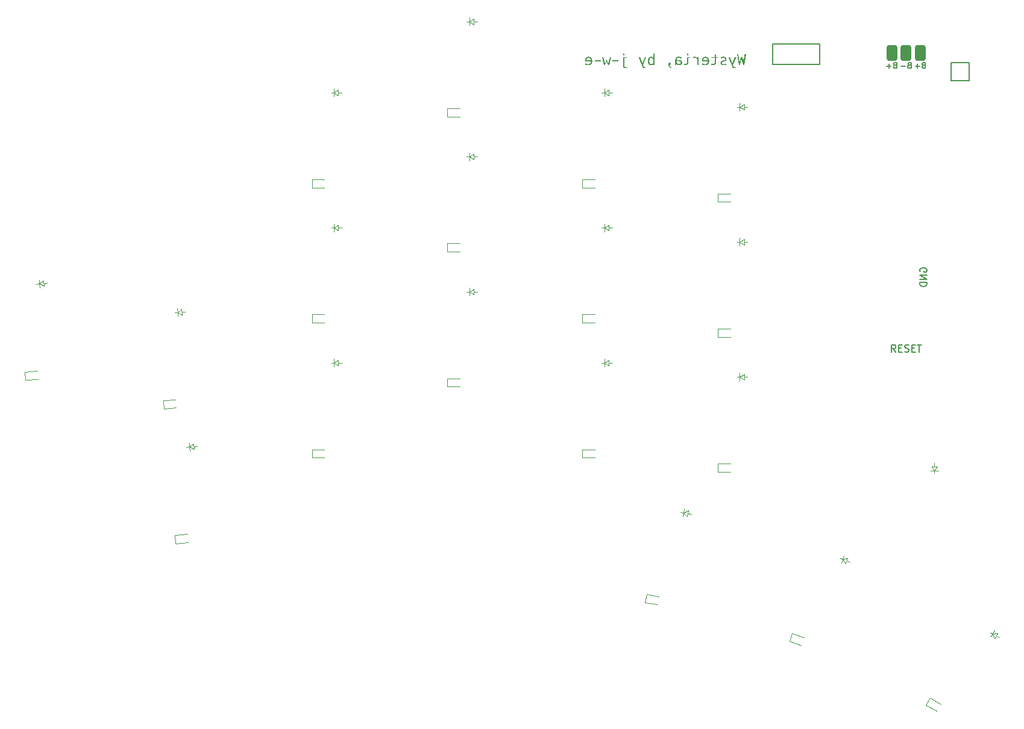
<source format=gbr>
%TF.GenerationSoftware,KiCad,Pcbnew,7.0.6-0*%
%TF.CreationDate,2023-08-12T20:04:25+02:00*%
%TF.ProjectId,jwe,6a77652e-6b69-4636-9164-5f7063625858,v1.0.0*%
%TF.SameCoordinates,Original*%
%TF.FileFunction,Legend,Bot*%
%TF.FilePolarity,Positive*%
%FSLAX46Y46*%
G04 Gerber Fmt 4.6, Leading zero omitted, Abs format (unit mm)*
G04 Created by KiCad (PCBNEW 7.0.6-0) date 2023-08-12 20:04:25*
%MOMM*%
%LPD*%
G01*
G04 APERTURE LIST*
G04 Aperture macros list*
%AMRoundRect*
0 Rectangle with rounded corners*
0 $1 Rounding radius*
0 $2 $3 $4 $5 $6 $7 $8 $9 X,Y pos of 4 corners*
0 Add a 4 corners polygon primitive as box body*
4,1,4,$2,$3,$4,$5,$6,$7,$8,$9,$2,$3,0*
0 Add four circle primitives for the rounded corners*
1,1,$1+$1,$2,$3*
1,1,$1+$1,$4,$5*
1,1,$1+$1,$6,$7*
1,1,$1+$1,$8,$9*
0 Add four rect primitives between the rounded corners*
20,1,$1+$1,$2,$3,$4,$5,0*
20,1,$1+$1,$4,$5,$6,$7,0*
20,1,$1+$1,$6,$7,$8,$9,0*
20,1,$1+$1,$8,$9,$2,$3,0*%
G04 Aperture macros list end*
%ADD10C,0.150000*%
%ADD11C,0.120000*%
%ADD12C,0.100000*%
%ADD13RoundRect,0.375000X-0.375000X-0.750000X0.375000X-0.750000X0.375000X0.750000X-0.375000X0.750000X0*%
G04 APERTURE END LIST*
D10*
G36*
X174918335Y-122983577D02*
G01*
X174716468Y-122983577D01*
X174569556Y-124224819D01*
X174395533Y-123402331D01*
X174179011Y-123402331D01*
X174002790Y-124226651D01*
X173855878Y-122983577D01*
X173654011Y-122983577D01*
X173882623Y-124507653D01*
X174078628Y-124507653D01*
X174286722Y-123614823D01*
X174493718Y-124507653D01*
X174689723Y-124507653D01*
X174918335Y-122983577D01*
G37*
G36*
X173466433Y-124793417D02*
G01*
X173354692Y-124793417D01*
X173339433Y-124793004D01*
X173320130Y-124791173D01*
X173302018Y-124787875D01*
X173285097Y-124783113D01*
X173269366Y-124776884D01*
X173254826Y-124769191D01*
X173241477Y-124760032D01*
X173229318Y-124749407D01*
X173226464Y-124746522D01*
X173213579Y-124731249D01*
X173203471Y-124716819D01*
X173192983Y-124699839D01*
X173182116Y-124680309D01*
X173174660Y-124665872D01*
X173167035Y-124650301D01*
X173159241Y-124633597D01*
X173151278Y-124615760D01*
X173143147Y-124596789D01*
X173134846Y-124576685D01*
X173126377Y-124555447D01*
X173117739Y-124533076D01*
X173108932Y-124509572D01*
X173104465Y-124497394D01*
X173548498Y-123358734D01*
X173348464Y-123358734D01*
X173008111Y-124266218D01*
X172672888Y-123358734D01*
X172472853Y-123358734D01*
X172775470Y-124142387D01*
X172782118Y-124159623D01*
X172788599Y-124176433D01*
X172794912Y-124192819D01*
X172801058Y-124208779D01*
X172807037Y-124224315D01*
X172812848Y-124239425D01*
X172818491Y-124254111D01*
X172823967Y-124268371D01*
X172829276Y-124282206D01*
X172836094Y-124299992D01*
X172837752Y-124304320D01*
X172843556Y-124318694D01*
X172849363Y-124333039D01*
X172850941Y-124336927D01*
X172856232Y-124351348D01*
X172861522Y-124366174D01*
X172861932Y-124367335D01*
X172866805Y-124381195D01*
X172871785Y-124395426D01*
X172876932Y-124410170D01*
X172881929Y-124424510D01*
X172882815Y-124427052D01*
X172895271Y-124460025D01*
X172900246Y-124473977D01*
X172907643Y-124494502D01*
X172914963Y-124514545D01*
X172922206Y-124534104D01*
X172929371Y-124553180D01*
X172936460Y-124571774D01*
X172943471Y-124589884D01*
X172950405Y-124607511D01*
X172957261Y-124624656D01*
X172964040Y-124641317D01*
X172970742Y-124657495D01*
X172977246Y-124673131D01*
X172983571Y-124688025D01*
X172989714Y-124702179D01*
X172995678Y-124715593D01*
X173003348Y-124732325D01*
X173010699Y-124747741D01*
X173017728Y-124761841D01*
X173026064Y-124777613D01*
X173030826Y-124786089D01*
X173042711Y-124806320D01*
X173055378Y-124825245D01*
X173068826Y-124842864D01*
X173083056Y-124859179D01*
X173098067Y-124874189D01*
X173113859Y-124887893D01*
X173130432Y-124900292D01*
X173147788Y-124911386D01*
X173165924Y-124921175D01*
X173184842Y-124929658D01*
X173204541Y-124936837D01*
X173225022Y-124942710D01*
X173246284Y-124947278D01*
X173268327Y-124950541D01*
X173291152Y-124952499D01*
X173314758Y-124953151D01*
X173466433Y-124953151D01*
X173466433Y-124793417D01*
G37*
G36*
X171787752Y-124531100D02*
G01*
X171808493Y-124530816D01*
X171829683Y-124529966D01*
X171851323Y-124528550D01*
X171873412Y-124526566D01*
X171895951Y-124524016D01*
X171918939Y-124520899D01*
X171942376Y-124517215D01*
X171966263Y-124512965D01*
X171990599Y-124508148D01*
X172015384Y-124502764D01*
X172040619Y-124496813D01*
X172066303Y-124490296D01*
X172092437Y-124483212D01*
X172119020Y-124475561D01*
X172146052Y-124467344D01*
X172173533Y-124458560D01*
X172173533Y-124264387D01*
X172160116Y-124270968D01*
X172146790Y-124277341D01*
X172120416Y-124289460D01*
X172094412Y-124300743D01*
X172068776Y-124311190D01*
X172043510Y-124320801D01*
X172018613Y-124329577D01*
X171994085Y-124337516D01*
X171969926Y-124344620D01*
X171946137Y-124350889D01*
X171922717Y-124356321D01*
X171899666Y-124360918D01*
X171876984Y-124364679D01*
X171854672Y-124367604D01*
X171832729Y-124369693D01*
X171811155Y-124370947D01*
X171789950Y-124371365D01*
X171775162Y-124371172D01*
X171753684Y-124370157D01*
X171733049Y-124368274D01*
X171713258Y-124365521D01*
X171694310Y-124361898D01*
X171676206Y-124357406D01*
X171658946Y-124352045D01*
X171642530Y-124345814D01*
X171626957Y-124338714D01*
X171612227Y-124330745D01*
X171598341Y-124321906D01*
X171585509Y-124312271D01*
X171573938Y-124302049D01*
X171563630Y-124291242D01*
X171551849Y-124275920D01*
X171542312Y-124259557D01*
X171535019Y-124242152D01*
X171529970Y-124223705D01*
X171527656Y-124209186D01*
X171526604Y-124194081D01*
X171526534Y-124188916D01*
X171527473Y-124171313D01*
X171530289Y-124154592D01*
X171534983Y-124138752D01*
X171541555Y-124123794D01*
X171550004Y-124109718D01*
X171560331Y-124096523D01*
X171572536Y-124084210D01*
X171586618Y-124072778D01*
X171602669Y-124062045D01*
X171616180Y-124054333D01*
X171630954Y-124046911D01*
X171646989Y-124039778D01*
X171664287Y-124032936D01*
X171682847Y-124026383D01*
X171702669Y-124020120D01*
X171723754Y-124014147D01*
X171738512Y-124010326D01*
X171753830Y-124006634D01*
X171769710Y-124003071D01*
X171777860Y-124001337D01*
X171856628Y-123985217D01*
X171876532Y-123980978D01*
X171895761Y-123976413D01*
X171914313Y-123971521D01*
X171932191Y-123966303D01*
X171949393Y-123960759D01*
X171965919Y-123954889D01*
X171981770Y-123948692D01*
X171996946Y-123942169D01*
X172011446Y-123935320D01*
X172025270Y-123928144D01*
X172038419Y-123920642D01*
X172050893Y-123912814D01*
X172068337Y-123900460D01*
X172084261Y-123887372D01*
X172094032Y-123878239D01*
X172107520Y-123863752D01*
X172119681Y-123848318D01*
X172130515Y-123831938D01*
X172140023Y-123814612D01*
X172148203Y-123796338D01*
X172155058Y-123777118D01*
X172160585Y-123756951D01*
X172164786Y-123735837D01*
X172166850Y-123721236D01*
X172168324Y-123706213D01*
X172169209Y-123690770D01*
X172169503Y-123674907D01*
X172169063Y-123654777D01*
X172167740Y-123635236D01*
X172165536Y-123616285D01*
X172162451Y-123597924D01*
X172158484Y-123580153D01*
X172153635Y-123562971D01*
X172147905Y-123546378D01*
X172141293Y-123530376D01*
X172133800Y-123514963D01*
X172125425Y-123500139D01*
X172116169Y-123485905D01*
X172106031Y-123472261D01*
X172095011Y-123459207D01*
X172083110Y-123446742D01*
X172070327Y-123434866D01*
X172056663Y-123423581D01*
X172042186Y-123412889D01*
X172026965Y-123402887D01*
X172010999Y-123393575D01*
X171994290Y-123384952D01*
X171976836Y-123377019D01*
X171958638Y-123369777D01*
X171939696Y-123363224D01*
X171920009Y-123357360D01*
X171899579Y-123352187D01*
X171878404Y-123347703D01*
X171856485Y-123343909D01*
X171833822Y-123340805D01*
X171810415Y-123338391D01*
X171786263Y-123336666D01*
X171761368Y-123335632D01*
X171735728Y-123335287D01*
X171713700Y-123335559D01*
X171691764Y-123336374D01*
X171669920Y-123337734D01*
X171648167Y-123339637D01*
X171626506Y-123342085D01*
X171604936Y-123345076D01*
X171583458Y-123348610D01*
X171562071Y-123352689D01*
X171540776Y-123357312D01*
X171519573Y-123362478D01*
X171498461Y-123368188D01*
X171477441Y-123374442D01*
X171456513Y-123381240D01*
X171435676Y-123388581D01*
X171414930Y-123396467D01*
X171394277Y-123404896D01*
X171394277Y-123590276D01*
X171414438Y-123578742D01*
X171434714Y-123567951D01*
X171455104Y-123557905D01*
X171475609Y-123548602D01*
X171496229Y-123540044D01*
X171516963Y-123532231D01*
X171537811Y-123525161D01*
X171558774Y-123518835D01*
X171579852Y-123513254D01*
X171601043Y-123508417D01*
X171622350Y-123504324D01*
X171643771Y-123500975D01*
X171665306Y-123498370D01*
X171686956Y-123496510D01*
X171708720Y-123495394D01*
X171730599Y-123495022D01*
X171745859Y-123495185D01*
X171760634Y-123495676D01*
X171788731Y-123497638D01*
X171814890Y-123500908D01*
X171839111Y-123505486D01*
X171861395Y-123511372D01*
X171881741Y-123518566D01*
X171900150Y-123527069D01*
X171916620Y-123536879D01*
X171931153Y-123547997D01*
X171943749Y-123560423D01*
X171954406Y-123574158D01*
X171963126Y-123589200D01*
X171969908Y-123605551D01*
X171974752Y-123623209D01*
X171977659Y-123642176D01*
X171978628Y-123662450D01*
X171978109Y-123678954D01*
X171976552Y-123694350D01*
X171973315Y-123711360D01*
X171968584Y-123726773D01*
X171962359Y-123740589D01*
X171957378Y-123748912D01*
X171947907Y-123760517D01*
X171935706Y-123771426D01*
X171923452Y-123779986D01*
X171909302Y-123788063D01*
X171893255Y-123795657D01*
X171879053Y-123801384D01*
X171875313Y-123802768D01*
X171859216Y-123808200D01*
X171841333Y-123813690D01*
X171826748Y-123817845D01*
X171811159Y-123822032D01*
X171794565Y-123826251D01*
X171776967Y-123830503D01*
X171758364Y-123834786D01*
X171738756Y-123839102D01*
X171718144Y-123843450D01*
X171696527Y-123847830D01*
X171620690Y-123862119D01*
X171603154Y-123865790D01*
X171586174Y-123869844D01*
X171569751Y-123874280D01*
X171553885Y-123879097D01*
X171538576Y-123884297D01*
X171523824Y-123889879D01*
X171509628Y-123895843D01*
X171495988Y-123902190D01*
X171482906Y-123908918D01*
X171458411Y-123923521D01*
X171436143Y-123939653D01*
X171416102Y-123957313D01*
X171398287Y-123976501D01*
X171382700Y-123997218D01*
X171369339Y-124019463D01*
X171358205Y-124043236D01*
X171349297Y-124068538D01*
X171342617Y-124095369D01*
X171338163Y-124123728D01*
X171336772Y-124138480D01*
X171335937Y-124153615D01*
X171335658Y-124169132D01*
X171336132Y-124189874D01*
X171337553Y-124210062D01*
X171339922Y-124229694D01*
X171343237Y-124248770D01*
X171347501Y-124267292D01*
X171352711Y-124285258D01*
X171358869Y-124302669D01*
X171365975Y-124319524D01*
X171374028Y-124335825D01*
X171383028Y-124351570D01*
X171392976Y-124366760D01*
X171403871Y-124381394D01*
X171415713Y-124395473D01*
X171428503Y-124408997D01*
X171442240Y-124421966D01*
X171456925Y-124434380D01*
X171472385Y-124446092D01*
X171488541Y-124457048D01*
X171505392Y-124467249D01*
X171522939Y-124476695D01*
X171541181Y-124485384D01*
X171560119Y-124493318D01*
X171579753Y-124500497D01*
X171600082Y-124506920D01*
X171621106Y-124512587D01*
X171642826Y-124517499D01*
X171665242Y-124521654D01*
X171688353Y-124525055D01*
X171712159Y-124527699D01*
X171736661Y-124529589D01*
X171761859Y-124530722D01*
X171787752Y-124531100D01*
G37*
G36*
X170301046Y-124507653D02*
G01*
X170326987Y-124507323D01*
X170351965Y-124506336D01*
X170375977Y-124504690D01*
X170399025Y-124502386D01*
X170421109Y-124499424D01*
X170442228Y-124495803D01*
X170462382Y-124491524D01*
X170481572Y-124486587D01*
X170499797Y-124480991D01*
X170517057Y-124474737D01*
X170533353Y-124467825D01*
X170548685Y-124460254D01*
X170563052Y-124452025D01*
X170576454Y-124443138D01*
X170588892Y-124433593D01*
X170600365Y-124423389D01*
X170610968Y-124412389D01*
X170620887Y-124400457D01*
X170630122Y-124387591D01*
X170638673Y-124373792D01*
X170646540Y-124359060D01*
X170653723Y-124343395D01*
X170660221Y-124326797D01*
X170666036Y-124309266D01*
X170671167Y-124290802D01*
X170675613Y-124271405D01*
X170679375Y-124251074D01*
X170682454Y-124229811D01*
X170684848Y-124207614D01*
X170686558Y-124184485D01*
X170687584Y-124160422D01*
X170687926Y-124135426D01*
X170687926Y-123518469D01*
X170994207Y-123518469D01*
X170994207Y-123358734D01*
X170687926Y-123358734D01*
X170687926Y-123059415D01*
X170499249Y-122977349D01*
X170499249Y-123358734D01*
X170070602Y-123358734D01*
X170070602Y-123518469D01*
X170499249Y-123518469D01*
X170499249Y-124127000D01*
X170499060Y-124142011D01*
X170498068Y-124163459D01*
X170496226Y-124183626D01*
X170493534Y-124202511D01*
X170489992Y-124220115D01*
X170485600Y-124236437D01*
X170480358Y-124251478D01*
X170474266Y-124265237D01*
X170464820Y-124281589D01*
X170453864Y-124295662D01*
X170450889Y-124298825D01*
X170437682Y-124310331D01*
X170422243Y-124320303D01*
X170404572Y-124328741D01*
X170389854Y-124334062D01*
X170373879Y-124338521D01*
X170356649Y-124342117D01*
X170338163Y-124344849D01*
X170318421Y-124346719D01*
X170297423Y-124347726D01*
X170282727Y-124347918D01*
X170070602Y-124347918D01*
X170070602Y-124507653D01*
X170301046Y-124507653D01*
G37*
G36*
X169228662Y-123335603D02*
G01*
X169249803Y-123336552D01*
X169270507Y-123338133D01*
X169290773Y-123340347D01*
X169310601Y-123343194D01*
X169329991Y-123346673D01*
X169348944Y-123350784D01*
X169367458Y-123355528D01*
X169385534Y-123360905D01*
X169403173Y-123366914D01*
X169420373Y-123373556D01*
X169437136Y-123380830D01*
X169453460Y-123388737D01*
X169469347Y-123397277D01*
X169484796Y-123406449D01*
X169499807Y-123416253D01*
X169514371Y-123426550D01*
X169528481Y-123437291D01*
X169542135Y-123448475D01*
X169555334Y-123460103D01*
X169568078Y-123472174D01*
X169580367Y-123484689D01*
X169592201Y-123497648D01*
X169603580Y-123511050D01*
X169614503Y-123524896D01*
X169624972Y-123539186D01*
X169634985Y-123553919D01*
X169644544Y-123569096D01*
X169653647Y-123584717D01*
X169662295Y-123600781D01*
X169670488Y-123617289D01*
X169678226Y-123634240D01*
X169685502Y-123651539D01*
X169692308Y-123669090D01*
X169698645Y-123686893D01*
X169704513Y-123704948D01*
X169709911Y-123723255D01*
X169714840Y-123741814D01*
X169719299Y-123760624D01*
X169723289Y-123779687D01*
X169726810Y-123799001D01*
X169729861Y-123818567D01*
X169732443Y-123838385D01*
X169734555Y-123858455D01*
X169736198Y-123878777D01*
X169737371Y-123899350D01*
X169738075Y-123920176D01*
X169738310Y-123941253D01*
X169738162Y-123958245D01*
X169737719Y-123975012D01*
X169736980Y-123991553D01*
X169735946Y-124007869D01*
X169734616Y-124023959D01*
X169732991Y-124039824D01*
X169731070Y-124055463D01*
X169728853Y-124070878D01*
X169726341Y-124086066D01*
X169723534Y-124101030D01*
X169720431Y-124115768D01*
X169717032Y-124130280D01*
X169709349Y-124158629D01*
X169700483Y-124186076D01*
X169690435Y-124212622D01*
X169679205Y-124238266D01*
X169666793Y-124263008D01*
X169653199Y-124286849D01*
X169638423Y-124309789D01*
X169622465Y-124331826D01*
X169605324Y-124352962D01*
X169587002Y-124373197D01*
X169567642Y-124392318D01*
X169547388Y-124410205D01*
X169526242Y-124426859D01*
X169504203Y-124442279D01*
X169481271Y-124456466D01*
X169457446Y-124469419D01*
X169432728Y-124481138D01*
X169407117Y-124491624D01*
X169380613Y-124500876D01*
X169353215Y-124508895D01*
X169324925Y-124515680D01*
X169310445Y-124518609D01*
X169295742Y-124521231D01*
X169280816Y-124523544D01*
X169265666Y-124525549D01*
X169250293Y-124527245D01*
X169234697Y-124528633D01*
X169218877Y-124529712D01*
X169202834Y-124530483D01*
X169186568Y-124530946D01*
X169170079Y-124531100D01*
X169157045Y-124531007D01*
X169137557Y-124530518D01*
X169118147Y-124529611D01*
X169098814Y-124528286D01*
X169079558Y-124526542D01*
X169060380Y-124524379D01*
X169041279Y-124521798D01*
X169022255Y-124518798D01*
X169003309Y-124515379D01*
X168984440Y-124511542D01*
X168965648Y-124507286D01*
X168953156Y-124504202D01*
X168934455Y-124499345D01*
X168915799Y-124494212D01*
X168897189Y-124488801D01*
X168878623Y-124483113D01*
X168860103Y-124477149D01*
X168841628Y-124470907D01*
X168823198Y-124464389D01*
X168804812Y-124457594D01*
X168786472Y-124450521D01*
X168768177Y-124443172D01*
X168768177Y-124261089D01*
X168779881Y-124266761D01*
X168797533Y-124275070D01*
X168815301Y-124283140D01*
X168833185Y-124290972D01*
X168851185Y-124298566D01*
X168869300Y-124305921D01*
X168887532Y-124313039D01*
X168905880Y-124319918D01*
X168924343Y-124326558D01*
X168942923Y-124332961D01*
X168961618Y-124339125D01*
X168974146Y-124343029D01*
X168993034Y-124348413D01*
X169012039Y-124353230D01*
X169031159Y-124357480D01*
X169050395Y-124361164D01*
X169069748Y-124364281D01*
X169089216Y-124366831D01*
X169108800Y-124368815D01*
X169128500Y-124370232D01*
X169148315Y-124371082D01*
X169168247Y-124371365D01*
X169190976Y-124370964D01*
X169213001Y-124369762D01*
X169234322Y-124367759D01*
X169254938Y-124364954D01*
X169274851Y-124361347D01*
X169294059Y-124356939D01*
X169312563Y-124351730D01*
X169330363Y-124345719D01*
X169347460Y-124338907D01*
X169363851Y-124331294D01*
X169379539Y-124322879D01*
X169394523Y-124313663D01*
X169408803Y-124303645D01*
X169422378Y-124292826D01*
X169435250Y-124281205D01*
X169447417Y-124268783D01*
X169458819Y-124255685D01*
X169469485Y-124242038D01*
X169479415Y-124227842D01*
X169488610Y-124213096D01*
X169497069Y-124197800D01*
X169504793Y-124181955D01*
X169511781Y-124165560D01*
X169518034Y-124148616D01*
X169523550Y-124131122D01*
X169528332Y-124113078D01*
X169532378Y-124094485D01*
X169535688Y-124075343D01*
X169538262Y-124055651D01*
X169540101Y-124035409D01*
X169541205Y-124014618D01*
X169541572Y-123993277D01*
X169541572Y-123987415D01*
X168724214Y-123987415D01*
X168724214Y-123894359D01*
X168724338Y-123878075D01*
X168724709Y-123862014D01*
X168725328Y-123846176D01*
X168726194Y-123830560D01*
X168726403Y-123827680D01*
X168912891Y-123827680D01*
X169534245Y-123827680D01*
X169532848Y-123816206D01*
X169530324Y-123799241D01*
X169527284Y-123782572D01*
X169523729Y-123766199D01*
X169519659Y-123750123D01*
X169515074Y-123734343D01*
X169509974Y-123718859D01*
X169504358Y-123703671D01*
X169498227Y-123688780D01*
X169491581Y-123674185D01*
X169484420Y-123659886D01*
X169479355Y-123650572D01*
X169471312Y-123637052D01*
X169462735Y-123624073D01*
X169453624Y-123611636D01*
X169443978Y-123599739D01*
X169433797Y-123588383D01*
X169423082Y-123577568D01*
X169411833Y-123567294D01*
X169400049Y-123557561D01*
X169387730Y-123548369D01*
X169374877Y-123539718D01*
X169365951Y-123534306D01*
X169352063Y-123526842D01*
X169337576Y-123520163D01*
X169322491Y-123514271D01*
X169306806Y-123509164D01*
X169290522Y-123504843D01*
X169273640Y-123501307D01*
X169256159Y-123498557D01*
X169238078Y-123496593D01*
X169219399Y-123495414D01*
X169200121Y-123495022D01*
X169193681Y-123495065D01*
X169174836Y-123495714D01*
X169156706Y-123497143D01*
X169139292Y-123499351D01*
X169122592Y-123502338D01*
X169106606Y-123506104D01*
X169091336Y-123510650D01*
X169076781Y-123515975D01*
X169062940Y-123522079D01*
X169049814Y-123528962D01*
X169033425Y-123539352D01*
X169025683Y-123544970D01*
X169011005Y-123556946D01*
X168997404Y-123569906D01*
X168984879Y-123583851D01*
X168973430Y-123598780D01*
X168963058Y-123614694D01*
X168953761Y-123631593D01*
X168947495Y-123644913D01*
X168941834Y-123658786D01*
X168938329Y-123668290D01*
X168933496Y-123682809D01*
X168929172Y-123697644D01*
X168925356Y-123712794D01*
X168922049Y-123728260D01*
X168919251Y-123744041D01*
X168916961Y-123760138D01*
X168915181Y-123776550D01*
X168913909Y-123793278D01*
X168913146Y-123810321D01*
X168912891Y-123827680D01*
X168726403Y-123827680D01*
X168727309Y-123815166D01*
X168728670Y-123799996D01*
X168730280Y-123785047D01*
X168732136Y-123770322D01*
X168736593Y-123741538D01*
X168742040Y-123713644D01*
X168748477Y-123686640D01*
X168755904Y-123660527D01*
X168764322Y-123635303D01*
X168773730Y-123610970D01*
X168784129Y-123587527D01*
X168795517Y-123564974D01*
X168807897Y-123543312D01*
X168821266Y-123522539D01*
X168835626Y-123502657D01*
X168850976Y-123483664D01*
X168867179Y-123465697D01*
X168884189Y-123448888D01*
X168902006Y-123433239D01*
X168920631Y-123418749D01*
X168940062Y-123405418D01*
X168960301Y-123393247D01*
X168981347Y-123382234D01*
X169003200Y-123372381D01*
X169025860Y-123363687D01*
X169049328Y-123356152D01*
X169073602Y-123349777D01*
X169098684Y-123344560D01*
X169124573Y-123340503D01*
X169151269Y-123337605D01*
X169178772Y-123335866D01*
X169207082Y-123335287D01*
X169228662Y-123335603D01*
G37*
G36*
X168292637Y-123358734D02*
G01*
X168121178Y-123358734D01*
X168102860Y-123586246D01*
X168096626Y-123571308D01*
X168090014Y-123556811D01*
X168083025Y-123542755D01*
X168075657Y-123529139D01*
X168067912Y-123515965D01*
X168059789Y-123503231D01*
X168051288Y-123490937D01*
X168042410Y-123479085D01*
X168033153Y-123467673D01*
X168018560Y-123451382D01*
X168003117Y-123436083D01*
X167986824Y-123421775D01*
X167969681Y-123408460D01*
X167957780Y-123400133D01*
X167939241Y-123388545D01*
X167920033Y-123378096D01*
X167900155Y-123368787D01*
X167886530Y-123363214D01*
X167872609Y-123358148D01*
X167858389Y-123353588D01*
X167843872Y-123349535D01*
X167829057Y-123345989D01*
X167813945Y-123342949D01*
X167798534Y-123340416D01*
X167782826Y-123338390D01*
X167766821Y-123336870D01*
X167750518Y-123335857D01*
X167733917Y-123335350D01*
X167725505Y-123335287D01*
X167707971Y-123335543D01*
X167690723Y-123336312D01*
X167673762Y-123337592D01*
X167657086Y-123339386D01*
X167640697Y-123341691D01*
X167624594Y-123344509D01*
X167608778Y-123347839D01*
X167593247Y-123351682D01*
X167578003Y-123356037D01*
X167563045Y-123360904D01*
X167548373Y-123366283D01*
X167533988Y-123372175D01*
X167519889Y-123378579D01*
X167506075Y-123385496D01*
X167492549Y-123392925D01*
X167479308Y-123400866D01*
X167479308Y-123598703D01*
X167493343Y-123586148D01*
X167507695Y-123574402D01*
X167522366Y-123563467D01*
X167537354Y-123553342D01*
X167552660Y-123544027D01*
X167568283Y-123535522D01*
X167584224Y-123527827D01*
X167600483Y-123520942D01*
X167617060Y-123514867D01*
X167633954Y-123509602D01*
X167651166Y-123505147D01*
X167668695Y-123501502D01*
X167686543Y-123498667D01*
X167704708Y-123496642D01*
X167723191Y-123495427D01*
X167741991Y-123495022D01*
X167763474Y-123495461D01*
X167784323Y-123496779D01*
X167804541Y-123498976D01*
X167824125Y-123502051D01*
X167843078Y-123506005D01*
X167861397Y-123510838D01*
X167879084Y-123516550D01*
X167896139Y-123523140D01*
X167912561Y-123530609D01*
X167928350Y-123538957D01*
X167943507Y-123548183D01*
X167958032Y-123558288D01*
X167971923Y-123569272D01*
X167985183Y-123581134D01*
X167997809Y-123593876D01*
X168009803Y-123607495D01*
X168021072Y-123621937D01*
X168031614Y-123637142D01*
X168041428Y-123653112D01*
X168050516Y-123669846D01*
X168058876Y-123687344D01*
X168066510Y-123705607D01*
X168073416Y-123724633D01*
X168079596Y-123744424D01*
X168085048Y-123764979D01*
X168089774Y-123786298D01*
X168093772Y-123808382D01*
X168097044Y-123831230D01*
X168099588Y-123854841D01*
X168101406Y-123879218D01*
X168102496Y-123904358D01*
X168102860Y-123930262D01*
X168102860Y-124507653D01*
X168292637Y-124507653D01*
X168292637Y-123358734D01*
G37*
G36*
X166802633Y-123147708D02*
G01*
X166817510Y-123145332D01*
X166829080Y-123135973D01*
X166833288Y-123121304D01*
X166833408Y-123117666D01*
X166833408Y-122943277D01*
X166830973Y-122928755D01*
X166821386Y-122917460D01*
X166806360Y-122913353D01*
X166802633Y-122913235D01*
X166654988Y-122913235D01*
X166640112Y-122915612D01*
X166628541Y-122924970D01*
X166624334Y-122939639D01*
X166624214Y-122943277D01*
X166624214Y-123117666D01*
X166626648Y-123132189D01*
X166636235Y-123143484D01*
X166651262Y-123147591D01*
X166654988Y-123147708D01*
X166802633Y-123147708D01*
G37*
G36*
X166458251Y-124507653D02*
G01*
X166479109Y-124507235D01*
X166499369Y-124505981D01*
X166519031Y-124503892D01*
X166538095Y-124500966D01*
X166556561Y-124497205D01*
X166574428Y-124492609D01*
X166591698Y-124487176D01*
X166608369Y-124480908D01*
X166624441Y-124473804D01*
X166639916Y-124465864D01*
X166654792Y-124457089D01*
X166669070Y-124447477D01*
X166682750Y-124437030D01*
X166695832Y-124425747D01*
X166708316Y-124413629D01*
X166720201Y-124400674D01*
X166731425Y-124386961D01*
X166741925Y-124372567D01*
X166751701Y-124357492D01*
X166760753Y-124341735D01*
X166769081Y-124325298D01*
X166776684Y-124308179D01*
X166783564Y-124290378D01*
X166789719Y-124271897D01*
X166795150Y-124252735D01*
X166799857Y-124232891D01*
X166803840Y-124212366D01*
X166807098Y-124191160D01*
X166809633Y-124169272D01*
X166811443Y-124146704D01*
X166812529Y-124123454D01*
X166812891Y-124099523D01*
X166812891Y-123518469D01*
X167064217Y-123518469D01*
X167064217Y-123358734D01*
X166624214Y-123358734D01*
X166624214Y-124093661D01*
X166624031Y-124108911D01*
X166623481Y-124123703D01*
X166621970Y-124145032D01*
X166619634Y-124165331D01*
X166616474Y-124184599D01*
X166612490Y-124202837D01*
X166607682Y-124220045D01*
X166602049Y-124236222D01*
X166595592Y-124251369D01*
X166588310Y-124265486D01*
X166580204Y-124278572D01*
X166577319Y-124282705D01*
X166568078Y-124294359D01*
X166554574Y-124308115D01*
X166539719Y-124319833D01*
X166523513Y-124329513D01*
X166505956Y-124337155D01*
X166491902Y-124341549D01*
X166477088Y-124344797D01*
X166461514Y-124346899D01*
X166445180Y-124347854D01*
X166439566Y-124347918D01*
X166219381Y-124347918D01*
X166219381Y-124507653D01*
X166458251Y-124507653D01*
G37*
G36*
X165477203Y-123335376D02*
G01*
X165495942Y-123335841D01*
X165514611Y-123336706D01*
X165533209Y-123337971D01*
X165551735Y-123339635D01*
X165570191Y-123341697D01*
X165588576Y-123344160D01*
X165606891Y-123347021D01*
X165625134Y-123350282D01*
X165643307Y-123353942D01*
X165661408Y-123358001D01*
X165673446Y-123360888D01*
X165691474Y-123365395D01*
X165709471Y-123370114D01*
X165727435Y-123375046D01*
X165745367Y-123380191D01*
X165763267Y-123385548D01*
X165781135Y-123391117D01*
X165798971Y-123396899D01*
X165816774Y-123402894D01*
X165834545Y-123409101D01*
X165852284Y-123415521D01*
X165852284Y-123604565D01*
X165841333Y-123598196D01*
X165824714Y-123588976D01*
X165807863Y-123580156D01*
X165790779Y-123571734D01*
X165773464Y-123563712D01*
X165755918Y-123556089D01*
X165738139Y-123548866D01*
X165720128Y-123542042D01*
X165701886Y-123535617D01*
X165683412Y-123529591D01*
X165664706Y-123523964D01*
X165652098Y-123520460D01*
X165633132Y-123515626D01*
X165614102Y-123511302D01*
X165595007Y-123507486D01*
X165575848Y-123504179D01*
X165556625Y-123501381D01*
X165537337Y-123499092D01*
X165517985Y-123497311D01*
X165498568Y-123496039D01*
X165479087Y-123495276D01*
X165459542Y-123495022D01*
X165442969Y-123495242D01*
X165426867Y-123495903D01*
X165411233Y-123497005D01*
X165396069Y-123498548D01*
X165374203Y-123501688D01*
X165353393Y-123505821D01*
X165333640Y-123510945D01*
X165314942Y-123517061D01*
X165297301Y-123524168D01*
X165280716Y-123532268D01*
X165265187Y-123541359D01*
X165250714Y-123551442D01*
X165246139Y-123555053D01*
X165233283Y-123566909D01*
X165221735Y-123580298D01*
X165211495Y-123595219D01*
X165202561Y-123611674D01*
X165194935Y-123629661D01*
X165188616Y-123649180D01*
X165183605Y-123670233D01*
X165180990Y-123685119D01*
X165178957Y-123700687D01*
X165177504Y-123716935D01*
X165176633Y-123733865D01*
X165176342Y-123751477D01*
X165176342Y-123780786D01*
X165429866Y-123780786D01*
X165446202Y-123780917D01*
X165462421Y-123781312D01*
X165478523Y-123781971D01*
X165494507Y-123782892D01*
X165510373Y-123784077D01*
X165526123Y-123785526D01*
X165541755Y-123787237D01*
X165557269Y-123789212D01*
X165572667Y-123791450D01*
X165587947Y-123793952D01*
X165603109Y-123796717D01*
X165618155Y-123799745D01*
X165633083Y-123803037D01*
X165647893Y-123806592D01*
X165662586Y-123810410D01*
X165677162Y-123814491D01*
X165684355Y-123816646D01*
X165698483Y-123821246D01*
X165712267Y-123826232D01*
X165732300Y-123834435D01*
X165751560Y-123843508D01*
X165770047Y-123853450D01*
X165787761Y-123864262D01*
X165804703Y-123875943D01*
X165820871Y-123888494D01*
X165836267Y-123901914D01*
X165850890Y-123916203D01*
X165864741Y-123931362D01*
X165873392Y-123941966D01*
X165885322Y-123958828D01*
X165895996Y-123976836D01*
X165905415Y-123995991D01*
X165913577Y-124016292D01*
X165918321Y-124030463D01*
X165922507Y-124045143D01*
X165926135Y-124060333D01*
X165929205Y-124076032D01*
X165931717Y-124092241D01*
X165933670Y-124108959D01*
X165935065Y-124126187D01*
X165935903Y-124143924D01*
X165936182Y-124162171D01*
X165935759Y-124184149D01*
X165934493Y-124205476D01*
X165932382Y-124226155D01*
X165929427Y-124246183D01*
X165925627Y-124265562D01*
X165920983Y-124284291D01*
X165915495Y-124302370D01*
X165909162Y-124319799D01*
X165901985Y-124336579D01*
X165893964Y-124352709D01*
X165885098Y-124368189D01*
X165875388Y-124383020D01*
X165864834Y-124397201D01*
X165853435Y-124410732D01*
X165841192Y-124423613D01*
X165828104Y-124435845D01*
X165814367Y-124447380D01*
X165800175Y-124458170D01*
X165785527Y-124468217D01*
X165770425Y-124477519D01*
X165754867Y-124486077D01*
X165738854Y-124493891D01*
X165722387Y-124500961D01*
X165705464Y-124507286D01*
X165688086Y-124512867D01*
X165670253Y-124517705D01*
X165651965Y-124521798D01*
X165633221Y-124525146D01*
X165614023Y-124527751D01*
X165594370Y-124529611D01*
X165574261Y-124530728D01*
X165553697Y-124531100D01*
X165538905Y-124530904D01*
X165524205Y-124530316D01*
X165502326Y-124528698D01*
X165480653Y-124526198D01*
X165459187Y-124522816D01*
X165437926Y-124518552D01*
X165416872Y-124513405D01*
X165396023Y-124507376D01*
X165375381Y-124500465D01*
X165354945Y-124492672D01*
X165341435Y-124486986D01*
X165328017Y-124480908D01*
X165321354Y-124477719D01*
X165301914Y-124467530D01*
X165283298Y-124456407D01*
X165265506Y-124444350D01*
X165248539Y-124431360D01*
X165232396Y-124417435D01*
X165217077Y-124402577D01*
X165202583Y-124386785D01*
X165188913Y-124370059D01*
X165176067Y-124352400D01*
X165167962Y-124340108D01*
X165160222Y-124327401D01*
X165158177Y-124341432D01*
X165155464Y-124358433D01*
X165152467Y-124375615D01*
X165149754Y-124390071D01*
X165146843Y-124404652D01*
X165143736Y-124419359D01*
X165141748Y-124428103D01*
X165138149Y-124442463D01*
X165133357Y-124459340D01*
X165128051Y-124475830D01*
X165122229Y-124491935D01*
X165115892Y-124507653D01*
X164926482Y-124507653D01*
X164931227Y-124496284D01*
X164937938Y-124478844D01*
X164944159Y-124460941D01*
X164949890Y-124442574D01*
X164955133Y-124423744D01*
X164959885Y-124404449D01*
X164964149Y-124384691D01*
X164967922Y-124364470D01*
X164971207Y-124343785D01*
X164974002Y-124322636D01*
X164976307Y-124301023D01*
X164977594Y-124286540D01*
X164979368Y-124265116D01*
X164980956Y-124244053D01*
X164982356Y-124223351D01*
X164983570Y-124203009D01*
X164984597Y-124183028D01*
X164985438Y-124163407D01*
X164986091Y-124144148D01*
X164986558Y-124125248D01*
X164986838Y-124106710D01*
X164986932Y-124088532D01*
X164986932Y-123940521D01*
X165176342Y-123940521D01*
X165176342Y-123980821D01*
X165176475Y-123993546D01*
X165177174Y-124012441D01*
X165178472Y-124031104D01*
X165180368Y-124049535D01*
X165182864Y-124067735D01*
X165185958Y-124085702D01*
X165189652Y-124103438D01*
X165193944Y-124120942D01*
X165198835Y-124138214D01*
X165204325Y-124155254D01*
X165210414Y-124172063D01*
X165214782Y-124183059D01*
X165221913Y-124199061D01*
X165229740Y-124214469D01*
X165238262Y-124229286D01*
X165247480Y-124243510D01*
X165257393Y-124257141D01*
X165268002Y-124270180D01*
X165279306Y-124282626D01*
X165291306Y-124294480D01*
X165304002Y-124305741D01*
X165317392Y-124316410D01*
X165326722Y-124323065D01*
X165341355Y-124332242D01*
X165356754Y-124340453D01*
X165372919Y-124347698D01*
X165389851Y-124353977D01*
X165407549Y-124359290D01*
X165426014Y-124363637D01*
X165445245Y-124367018D01*
X165465242Y-124369433D01*
X165486005Y-124370882D01*
X165507535Y-124371365D01*
X165520750Y-124371163D01*
X165539982Y-124370104D01*
X165558506Y-124368136D01*
X165576321Y-124365261D01*
X165593428Y-124361477D01*
X165609826Y-124356786D01*
X165625516Y-124351186D01*
X165640498Y-124344679D01*
X165654771Y-124337263D01*
X165668336Y-124328939D01*
X165681192Y-124319708D01*
X165689222Y-124313044D01*
X165700296Y-124302277D01*
X165710204Y-124290582D01*
X165718946Y-124277959D01*
X165726523Y-124264410D01*
X165732934Y-124249932D01*
X165738179Y-124234528D01*
X165742259Y-124218196D01*
X165745173Y-124200937D01*
X165746921Y-124182750D01*
X165747504Y-124163636D01*
X165747069Y-124146715D01*
X165745765Y-124130574D01*
X165743592Y-124115211D01*
X165740549Y-124100628D01*
X165735139Y-124082395D01*
X165728184Y-124065548D01*
X165719683Y-124050086D01*
X165709637Y-124036010D01*
X165698045Y-124023319D01*
X165685176Y-124011715D01*
X165671483Y-124001085D01*
X165656966Y-123991428D01*
X165641625Y-123982744D01*
X165625459Y-123975033D01*
X165608469Y-123968296D01*
X165590654Y-123962531D01*
X165572016Y-123957740D01*
X165562431Y-123955655D01*
X165548007Y-123952779D01*
X165533524Y-123950206D01*
X165518984Y-123947936D01*
X165504386Y-123945969D01*
X165489729Y-123944304D01*
X165475015Y-123942942D01*
X165460243Y-123941883D01*
X165445412Y-123941126D01*
X165430524Y-123940672D01*
X165415578Y-123940521D01*
X165176342Y-123940521D01*
X164986932Y-123940521D01*
X164986932Y-123854425D01*
X164986995Y-123835718D01*
X164987184Y-123817605D01*
X164987499Y-123800089D01*
X164987939Y-123783167D01*
X164988506Y-123766841D01*
X164989199Y-123751110D01*
X164990017Y-123735975D01*
X164991481Y-123714388D01*
X164993229Y-123694141D01*
X164995259Y-123675233D01*
X164997574Y-123657664D01*
X165000171Y-123641436D01*
X165003052Y-123626546D01*
X165006212Y-123613299D01*
X165011639Y-123594066D01*
X165017890Y-123575599D01*
X165024965Y-123557899D01*
X165032865Y-123540965D01*
X165041589Y-123524797D01*
X165051137Y-123509396D01*
X165061510Y-123494761D01*
X165072707Y-123480892D01*
X165084728Y-123467790D01*
X165097574Y-123455454D01*
X165106515Y-123447582D01*
X165120314Y-123436304D01*
X165134577Y-123425664D01*
X165149303Y-123415662D01*
X165164493Y-123406297D01*
X165180146Y-123397570D01*
X165196263Y-123389480D01*
X165212844Y-123382028D01*
X165229889Y-123375213D01*
X165247397Y-123369036D01*
X165265369Y-123363497D01*
X165277482Y-123360081D01*
X165295737Y-123355370D01*
X165314095Y-123351155D01*
X165332556Y-123347436D01*
X165351121Y-123344213D01*
X165369788Y-123341485D01*
X165388559Y-123339254D01*
X165407432Y-123337518D01*
X165426409Y-123336279D01*
X165445488Y-123335535D01*
X165464671Y-123335287D01*
X165477203Y-123335376D01*
G37*
G36*
X164402214Y-124798546D02*
G01*
X164386767Y-124791380D01*
X164371796Y-124783987D01*
X164357301Y-124776367D01*
X164343281Y-124768521D01*
X164329738Y-124760448D01*
X164316670Y-124752148D01*
X164304078Y-124743621D01*
X164291962Y-124734867D01*
X164280321Y-124725886D01*
X164258468Y-124707245D01*
X164238519Y-124687696D01*
X164220472Y-124667240D01*
X164204329Y-124645876D01*
X164190090Y-124623605D01*
X164177754Y-124600427D01*
X164167321Y-124576341D01*
X164158792Y-124551348D01*
X164152165Y-124525448D01*
X164147443Y-124498640D01*
X164144624Y-124470926D01*
X164143928Y-124456728D01*
X164158529Y-124459022D01*
X164173864Y-124460439D01*
X164184960Y-124460758D01*
X164201951Y-124460145D01*
X164218116Y-124458308D01*
X164233458Y-124455245D01*
X164247975Y-124450958D01*
X164261668Y-124445445D01*
X164277625Y-124436831D01*
X164292294Y-124426304D01*
X164297801Y-124421557D01*
X164308362Y-124411167D01*
X164319584Y-124396779D01*
X164328605Y-124380835D01*
X164334238Y-124366959D01*
X164338463Y-124352087D01*
X164341279Y-124336218D01*
X164342687Y-124319354D01*
X164342863Y-124310549D01*
X164342177Y-124294108D01*
X164340116Y-124278125D01*
X164336681Y-124262601D01*
X164331873Y-124247534D01*
X164325347Y-124233062D01*
X164317126Y-124219690D01*
X164307212Y-124207417D01*
X164295602Y-124196243D01*
X164283251Y-124187021D01*
X164269276Y-124178726D01*
X164255491Y-124172132D01*
X164244311Y-124167666D01*
X164228558Y-124162537D01*
X164214172Y-124159252D01*
X164199226Y-124157088D01*
X164183718Y-124156046D01*
X164176900Y-124155943D01*
X164160893Y-124156551D01*
X164145568Y-124158377D01*
X164130925Y-124161420D01*
X164112464Y-124167371D01*
X164095216Y-124175485D01*
X164079182Y-124185763D01*
X164064361Y-124198205D01*
X164054042Y-124208957D01*
X164044406Y-124220926D01*
X164041346Y-124225186D01*
X164032965Y-124238446D01*
X164025409Y-124252672D01*
X164018677Y-124267864D01*
X164012769Y-124284021D01*
X164007686Y-124301145D01*
X164003427Y-124319235D01*
X163999992Y-124338291D01*
X163997382Y-124358313D01*
X163995596Y-124379301D01*
X163994634Y-124401255D01*
X163994451Y-124416428D01*
X163994819Y-124437864D01*
X163995922Y-124458943D01*
X163997761Y-124479664D01*
X164000336Y-124500028D01*
X164003646Y-124520033D01*
X164007692Y-124539681D01*
X164012473Y-124558971D01*
X164017990Y-124577903D01*
X164024242Y-124596477D01*
X164031231Y-124614694D01*
X164038954Y-124632553D01*
X164047414Y-124650054D01*
X164056608Y-124667197D01*
X164066539Y-124683982D01*
X164077205Y-124700410D01*
X164088607Y-124716480D01*
X164100725Y-124731899D01*
X164113451Y-124746831D01*
X164126783Y-124761277D01*
X164140722Y-124775236D01*
X164155268Y-124788708D01*
X164170420Y-124801694D01*
X164186180Y-124814193D01*
X164202546Y-124826206D01*
X164219519Y-124837732D01*
X164237099Y-124848772D01*
X164255285Y-124859325D01*
X164274079Y-124869391D01*
X164293479Y-124878971D01*
X164313486Y-124888065D01*
X164334099Y-124896671D01*
X164355320Y-124904791D01*
X164402214Y-124798546D01*
G37*
G36*
X162088258Y-124507653D02*
G01*
X161917898Y-124507653D01*
X161899580Y-124357077D01*
X161886797Y-124378150D01*
X161873087Y-124397863D01*
X161858450Y-124416217D01*
X161842885Y-124433212D01*
X161826393Y-124448847D01*
X161808974Y-124463122D01*
X161790627Y-124476038D01*
X161771353Y-124487594D01*
X161751151Y-124497791D01*
X161730022Y-124506628D01*
X161707966Y-124514105D01*
X161684982Y-124520223D01*
X161661071Y-124524982D01*
X161636233Y-124528381D01*
X161610467Y-124530420D01*
X161583774Y-124531100D01*
X161576119Y-124531048D01*
X161561038Y-124530636D01*
X161546263Y-124529812D01*
X161524675Y-124527803D01*
X161503776Y-124524866D01*
X161483566Y-124521002D01*
X161464046Y-124516211D01*
X161445214Y-124510492D01*
X161427071Y-124503846D01*
X161409618Y-124496272D01*
X161392854Y-124487772D01*
X161376778Y-124478343D01*
X161366377Y-124471570D01*
X161351269Y-124460911D01*
X161336753Y-124449652D01*
X161322830Y-124437795D01*
X161309499Y-124425339D01*
X161296761Y-124412284D01*
X161284615Y-124398631D01*
X161273061Y-124384378D01*
X161262101Y-124369526D01*
X161251732Y-124354075D01*
X161241956Y-124338026D01*
X161235702Y-124327008D01*
X161226740Y-124310207D01*
X161218280Y-124293078D01*
X161210322Y-124275620D01*
X161202867Y-124257834D01*
X161195914Y-124239719D01*
X161189463Y-124221276D01*
X161183515Y-124202504D01*
X161178069Y-124183404D01*
X161173125Y-124163976D01*
X161168683Y-124144219D01*
X161165933Y-124130936D01*
X161162140Y-124110999D01*
X161158746Y-124091051D01*
X161155751Y-124071089D01*
X161153156Y-124051114D01*
X161150960Y-124031126D01*
X161149163Y-124011126D01*
X161147766Y-123991113D01*
X161146767Y-123971086D01*
X161146168Y-123951047D01*
X161145991Y-123933193D01*
X161344905Y-123933193D01*
X161345065Y-123950527D01*
X161345546Y-123968090D01*
X161346347Y-123985881D01*
X161347469Y-124003902D01*
X161348912Y-124022151D01*
X161350675Y-124040630D01*
X161352759Y-124059337D01*
X161355163Y-124078274D01*
X161358008Y-124097181D01*
X161361414Y-124115803D01*
X161365381Y-124134138D01*
X161369909Y-124152188D01*
X161374998Y-124169951D01*
X161380648Y-124187427D01*
X161386859Y-124204618D01*
X161393631Y-124221522D01*
X161401101Y-124237802D01*
X161409408Y-124253304D01*
X161418550Y-124268027D01*
X161428527Y-124281972D01*
X161439341Y-124295138D01*
X161450990Y-124307526D01*
X161463475Y-124319135D01*
X161476796Y-124329966D01*
X161490998Y-124339669D01*
X161506311Y-124348078D01*
X161522734Y-124355193D01*
X161540268Y-124361015D01*
X161558913Y-124365543D01*
X161573625Y-124368090D01*
X161588962Y-124369910D01*
X161604923Y-124371001D01*
X161621510Y-124371365D01*
X161637968Y-124371001D01*
X161653821Y-124369910D01*
X161669069Y-124368090D01*
X161683711Y-124365543D01*
X161702293Y-124361015D01*
X161719798Y-124355193D01*
X161736227Y-124348078D01*
X161751580Y-124339669D01*
X161765857Y-124329966D01*
X161779109Y-124319141D01*
X161791571Y-124307549D01*
X161803244Y-124295190D01*
X161814126Y-124282064D01*
X161824218Y-124268170D01*
X161833520Y-124253510D01*
X161842032Y-124238083D01*
X161849755Y-124221888D01*
X161856784Y-124205064D01*
X161863218Y-124187931D01*
X161869057Y-124170489D01*
X161874301Y-124152737D01*
X161878949Y-124134676D01*
X161883002Y-124116307D01*
X161886460Y-124097628D01*
X161889322Y-124078640D01*
X161891726Y-124059600D01*
X161893810Y-124040767D01*
X161895573Y-124022140D01*
X161897016Y-124003718D01*
X161898138Y-123985503D01*
X161898939Y-123967494D01*
X161899420Y-123949691D01*
X161899580Y-123932094D01*
X161899420Y-123914755D01*
X161898939Y-123897175D01*
X161898138Y-123879355D01*
X161897016Y-123861294D01*
X161895573Y-123842993D01*
X161893810Y-123824452D01*
X161891726Y-123805670D01*
X161889322Y-123786648D01*
X161886460Y-123767671D01*
X161883002Y-123749027D01*
X161878949Y-123730714D01*
X161874301Y-123712734D01*
X161869057Y-123695085D01*
X161863218Y-123677769D01*
X161856784Y-123660784D01*
X161849755Y-123644132D01*
X161842032Y-123628029D01*
X161833520Y-123612693D01*
X161824218Y-123598125D01*
X161814126Y-123584323D01*
X161803244Y-123571288D01*
X161791571Y-123559021D01*
X161779109Y-123547521D01*
X161765857Y-123536787D01*
X161751580Y-123526998D01*
X161736227Y-123518515D01*
X161719798Y-123511336D01*
X161702293Y-123505463D01*
X161683711Y-123500895D01*
X161669069Y-123498325D01*
X161653821Y-123496490D01*
X161637968Y-123495389D01*
X161621510Y-123495022D01*
X161604923Y-123495389D01*
X161588962Y-123496490D01*
X161573625Y-123498325D01*
X161558913Y-123500895D01*
X161540268Y-123505463D01*
X161522734Y-123511336D01*
X161506311Y-123518515D01*
X161490998Y-123526998D01*
X161476796Y-123536787D01*
X161463475Y-123547532D01*
X161450990Y-123559067D01*
X161439341Y-123571391D01*
X161428527Y-123584506D01*
X161418550Y-123598411D01*
X161409408Y-123613105D01*
X161401101Y-123628590D01*
X161393631Y-123644865D01*
X161386859Y-123661603D01*
X161380648Y-123678662D01*
X161374998Y-123696041D01*
X161369909Y-123713741D01*
X161365381Y-123731762D01*
X161361414Y-123750103D01*
X161358008Y-123768764D01*
X161355163Y-123787747D01*
X161352759Y-123806769D01*
X161350675Y-123825551D01*
X161348912Y-123844092D01*
X161347469Y-123862393D01*
X161346347Y-123880454D01*
X161345546Y-123898274D01*
X161345065Y-123915854D01*
X161344905Y-123933193D01*
X161145991Y-123933193D01*
X161145969Y-123930995D01*
X161146055Y-123917805D01*
X161146505Y-123898013D01*
X161147343Y-123878216D01*
X161148566Y-123858412D01*
X161150176Y-123838601D01*
X161152173Y-123818784D01*
X161154555Y-123798961D01*
X161157325Y-123779131D01*
X161160480Y-123759295D01*
X161164022Y-123739452D01*
X161167951Y-123719603D01*
X161170811Y-123706442D01*
X161175527Y-123686981D01*
X161180751Y-123667854D01*
X161186483Y-123649062D01*
X161192725Y-123630605D01*
X161199475Y-123612483D01*
X161206734Y-123594696D01*
X161214501Y-123577243D01*
X161222778Y-123560126D01*
X161231563Y-123543343D01*
X161240857Y-123526895D01*
X161247309Y-123516176D01*
X161257480Y-123500602D01*
X161268243Y-123485634D01*
X161279599Y-123471270D01*
X161291547Y-123457512D01*
X161304088Y-123444360D01*
X161317221Y-123431812D01*
X161330947Y-123419870D01*
X161345265Y-123408534D01*
X161360176Y-123397803D01*
X161375679Y-123387677D01*
X161386320Y-123381333D01*
X161402854Y-123372584D01*
X161420078Y-123364756D01*
X161437991Y-123357849D01*
X161456593Y-123351863D01*
X161475884Y-123346798D01*
X161495864Y-123342654D01*
X161516533Y-123339431D01*
X161537891Y-123337129D01*
X161552513Y-123336105D01*
X161567441Y-123335491D01*
X161582675Y-123335287D01*
X161595555Y-123335460D01*
X161614574Y-123336369D01*
X161633233Y-123338057D01*
X161651531Y-123340525D01*
X161669469Y-123343772D01*
X161687046Y-123347798D01*
X161704262Y-123352603D01*
X161721118Y-123358188D01*
X161737613Y-123364552D01*
X161753747Y-123371695D01*
X161769521Y-123379617D01*
X161779732Y-123385301D01*
X161794528Y-123394536D01*
X161808699Y-123404621D01*
X161822245Y-123415556D01*
X161835167Y-123427342D01*
X161847464Y-123439977D01*
X161859137Y-123453462D01*
X161870185Y-123467798D01*
X161880608Y-123482983D01*
X161890406Y-123499019D01*
X161899580Y-123515904D01*
X161899580Y-122913235D01*
X162088258Y-122913235D01*
X162088258Y-124507653D01*
G37*
G36*
X160834193Y-124793417D02*
G01*
X160722452Y-124793417D01*
X160707193Y-124793004D01*
X160687890Y-124791173D01*
X160669778Y-124787875D01*
X160652857Y-124783113D01*
X160637126Y-124776884D01*
X160622586Y-124769191D01*
X160609237Y-124760032D01*
X160597078Y-124749407D01*
X160594224Y-124746522D01*
X160581339Y-124731249D01*
X160571231Y-124716819D01*
X160560743Y-124699839D01*
X160549876Y-124680309D01*
X160542420Y-124665872D01*
X160534795Y-124650301D01*
X160527001Y-124633597D01*
X160519038Y-124615760D01*
X160510907Y-124596789D01*
X160502606Y-124576685D01*
X160494137Y-124555447D01*
X160485499Y-124533076D01*
X160476692Y-124509572D01*
X160472225Y-124497394D01*
X160916258Y-123358734D01*
X160716224Y-123358734D01*
X160375871Y-124266218D01*
X160040648Y-123358734D01*
X159840613Y-123358734D01*
X160143230Y-124142387D01*
X160149878Y-124159623D01*
X160156359Y-124176433D01*
X160162672Y-124192819D01*
X160168818Y-124208779D01*
X160174797Y-124224315D01*
X160180608Y-124239425D01*
X160186251Y-124254111D01*
X160191727Y-124268371D01*
X160197036Y-124282206D01*
X160203854Y-124299992D01*
X160205512Y-124304320D01*
X160211316Y-124318694D01*
X160217123Y-124333039D01*
X160218701Y-124336927D01*
X160223992Y-124351348D01*
X160229282Y-124366174D01*
X160229692Y-124367335D01*
X160234565Y-124381195D01*
X160239545Y-124395426D01*
X160244692Y-124410170D01*
X160249689Y-124424510D01*
X160250575Y-124427052D01*
X160263031Y-124460025D01*
X160268005Y-124473977D01*
X160275403Y-124494502D01*
X160282723Y-124514545D01*
X160289966Y-124534104D01*
X160297131Y-124553180D01*
X160304220Y-124571774D01*
X160311231Y-124589884D01*
X160318164Y-124607511D01*
X160325021Y-124624656D01*
X160331800Y-124641317D01*
X160338502Y-124657495D01*
X160345006Y-124673131D01*
X160351330Y-124688025D01*
X160357474Y-124702179D01*
X160363438Y-124715593D01*
X160371108Y-124732325D01*
X160378459Y-124747741D01*
X160385488Y-124761841D01*
X160393824Y-124777613D01*
X160398586Y-124786089D01*
X160410471Y-124806320D01*
X160423138Y-124825245D01*
X160436586Y-124842864D01*
X160450816Y-124859179D01*
X160465826Y-124874189D01*
X160481619Y-124887893D01*
X160498192Y-124900292D01*
X160515548Y-124911386D01*
X160533684Y-124921175D01*
X160552602Y-124929658D01*
X160572301Y-124936837D01*
X160592782Y-124942710D01*
X160614044Y-124947278D01*
X160636087Y-124950541D01*
X160658912Y-124952499D01*
X160682518Y-124953151D01*
X160834193Y-124953151D01*
X160834193Y-124793417D01*
G37*
G36*
X157827808Y-123147708D02*
G01*
X157842684Y-123145332D01*
X157854255Y-123135973D01*
X157858462Y-123121304D01*
X157858582Y-123117666D01*
X157858582Y-122943277D01*
X157856148Y-122928755D01*
X157846561Y-122917460D01*
X157831534Y-122913353D01*
X157827808Y-122913235D01*
X157680163Y-122913235D01*
X157665286Y-122915612D01*
X157653716Y-122924970D01*
X157649508Y-122939639D01*
X157649388Y-122943277D01*
X157649388Y-123117666D01*
X157651823Y-123132189D01*
X157661410Y-123143484D01*
X157676436Y-123147591D01*
X157680163Y-123147708D01*
X157827808Y-123147708D01*
G37*
G36*
X158252424Y-124793417D02*
G01*
X158012455Y-124793417D01*
X157990096Y-124792418D01*
X157969178Y-124789421D01*
X157949704Y-124784426D01*
X157931672Y-124777434D01*
X157915082Y-124768444D01*
X157899936Y-124757456D01*
X157886231Y-124744470D01*
X157873970Y-124729486D01*
X157863150Y-124712505D01*
X157853774Y-124693525D01*
X157845840Y-124672548D01*
X157839348Y-124649573D01*
X157834299Y-124624600D01*
X157830693Y-124597629D01*
X157828529Y-124568661D01*
X157827988Y-124553427D01*
X157827808Y-124537694D01*
X157827808Y-123518469D01*
X158152773Y-123518469D01*
X158152773Y-123358734D01*
X157639130Y-123358734D01*
X157639130Y-124534397D01*
X157639491Y-124559047D01*
X157640573Y-124582986D01*
X157642376Y-124606216D01*
X157644900Y-124628736D01*
X157648146Y-124650546D01*
X157652113Y-124671646D01*
X157656801Y-124692037D01*
X157662211Y-124711717D01*
X157668342Y-124730688D01*
X157675194Y-124748949D01*
X157682767Y-124766500D01*
X157691062Y-124783342D01*
X157700078Y-124799473D01*
X157709815Y-124814895D01*
X157720274Y-124829607D01*
X157731454Y-124843609D01*
X157743291Y-124856873D01*
X157755720Y-124869283D01*
X157768741Y-124880836D01*
X157782356Y-124891534D01*
X157796562Y-124901375D01*
X157811361Y-124910361D01*
X157826753Y-124918491D01*
X157842737Y-124925766D01*
X157859314Y-124932184D01*
X157876483Y-124937747D01*
X157894244Y-124942454D01*
X157912598Y-124946305D01*
X157931545Y-124949300D01*
X157951083Y-124951440D01*
X157971215Y-124952724D01*
X157991939Y-124953151D01*
X158252424Y-124953151D01*
X158252424Y-124793417D01*
G37*
G36*
X157021806Y-123808629D02*
G01*
X156180268Y-123808629D01*
X156180268Y-123968364D01*
X157021806Y-123968364D01*
X157021806Y-123808629D01*
G37*
G36*
X155969974Y-123358734D02*
G01*
X155783495Y-123358734D01*
X155583460Y-124287468D01*
X155419329Y-123694324D01*
X155258495Y-123694324D01*
X155092166Y-124287468D01*
X154892131Y-123358734D01*
X154705651Y-123358734D01*
X154974196Y-124507653D01*
X155154814Y-124507653D01*
X155338362Y-123880071D01*
X155520812Y-124507653D01*
X155701429Y-124507653D01*
X155969974Y-123358734D01*
G37*
G36*
X154495358Y-123808629D02*
G01*
X153653819Y-123808629D01*
X153653819Y-123968364D01*
X154495358Y-123968364D01*
X154495358Y-123808629D01*
G37*
G36*
X152806750Y-123335603D02*
G01*
X152827891Y-123336552D01*
X152848595Y-123338133D01*
X152868861Y-123340347D01*
X152888689Y-123343194D01*
X152908079Y-123346673D01*
X152927031Y-123350784D01*
X152945546Y-123355528D01*
X152963622Y-123360905D01*
X152981261Y-123366914D01*
X152998461Y-123373556D01*
X153015224Y-123380830D01*
X153031548Y-123388737D01*
X153047435Y-123397277D01*
X153062884Y-123406449D01*
X153077895Y-123416253D01*
X153092459Y-123426550D01*
X153106569Y-123437291D01*
X153120223Y-123448475D01*
X153133422Y-123460103D01*
X153146166Y-123472174D01*
X153158455Y-123484689D01*
X153170289Y-123497648D01*
X153181668Y-123511050D01*
X153192591Y-123524896D01*
X153203060Y-123539186D01*
X153213073Y-123553919D01*
X153222632Y-123569096D01*
X153231735Y-123584717D01*
X153240383Y-123600781D01*
X153248576Y-123617289D01*
X153256314Y-123634240D01*
X153263590Y-123651539D01*
X153270396Y-123669090D01*
X153276733Y-123686893D01*
X153282601Y-123704948D01*
X153287999Y-123723255D01*
X153292928Y-123741814D01*
X153297387Y-123760624D01*
X153301377Y-123779687D01*
X153304898Y-123799001D01*
X153307949Y-123818567D01*
X153310530Y-123838385D01*
X153312643Y-123858455D01*
X153314286Y-123878777D01*
X153315459Y-123899350D01*
X153316163Y-123920176D01*
X153316398Y-123941253D01*
X153316250Y-123958245D01*
X153315807Y-123975012D01*
X153315068Y-123991553D01*
X153314034Y-124007869D01*
X153312704Y-124023959D01*
X153311079Y-124039824D01*
X153309158Y-124055463D01*
X153306941Y-124070878D01*
X153304429Y-124086066D01*
X153301622Y-124101030D01*
X153298519Y-124115768D01*
X153295120Y-124130280D01*
X153287437Y-124158629D01*
X153278571Y-124186076D01*
X153268523Y-124212622D01*
X153257293Y-124238266D01*
X153244881Y-124263008D01*
X153231287Y-124286849D01*
X153216511Y-124309789D01*
X153200552Y-124331826D01*
X153183412Y-124352962D01*
X153165090Y-124373197D01*
X153145729Y-124392318D01*
X153125476Y-124410205D01*
X153104330Y-124426859D01*
X153082291Y-124442279D01*
X153059359Y-124456466D01*
X153035534Y-124469419D01*
X153010816Y-124481138D01*
X152985205Y-124491624D01*
X152958701Y-124500876D01*
X152931303Y-124508895D01*
X152903013Y-124515680D01*
X152888533Y-124518609D01*
X152873830Y-124521231D01*
X152858903Y-124523544D01*
X152843754Y-124525549D01*
X152828381Y-124527245D01*
X152812785Y-124528633D01*
X152796965Y-124529712D01*
X152780922Y-124530483D01*
X152764656Y-124530946D01*
X152748167Y-124531100D01*
X152735132Y-124531007D01*
X152715645Y-124530518D01*
X152696235Y-124529611D01*
X152676902Y-124528286D01*
X152657646Y-124526542D01*
X152638468Y-124524379D01*
X152619367Y-124521798D01*
X152600343Y-124518798D01*
X152581397Y-124515379D01*
X152562528Y-124511542D01*
X152543736Y-124507286D01*
X152531244Y-124504202D01*
X152512543Y-124499345D01*
X152493887Y-124494212D01*
X152475277Y-124488801D01*
X152456711Y-124483113D01*
X152438191Y-124477149D01*
X152419716Y-124470907D01*
X152401286Y-124464389D01*
X152382900Y-124457594D01*
X152364560Y-124450521D01*
X152346265Y-124443172D01*
X152346265Y-124261089D01*
X152357969Y-124266761D01*
X152375621Y-124275070D01*
X152393389Y-124283140D01*
X152411273Y-124290972D01*
X152429273Y-124298566D01*
X152447388Y-124305921D01*
X152465620Y-124313039D01*
X152483968Y-124319918D01*
X152502431Y-124326558D01*
X152521010Y-124332961D01*
X152539706Y-124339125D01*
X152552234Y-124343029D01*
X152571122Y-124348413D01*
X152590127Y-124353230D01*
X152609247Y-124357480D01*
X152628483Y-124361164D01*
X152647835Y-124364281D01*
X152667304Y-124366831D01*
X152686888Y-124368815D01*
X152706588Y-124370232D01*
X152726403Y-124371082D01*
X152746335Y-124371365D01*
X152769064Y-124370964D01*
X152791089Y-124369762D01*
X152812410Y-124367759D01*
X152833026Y-124364954D01*
X152852939Y-124361347D01*
X152872147Y-124356939D01*
X152890651Y-124351730D01*
X152908451Y-124345719D01*
X152925547Y-124338907D01*
X152941939Y-124331294D01*
X152957627Y-124322879D01*
X152972611Y-124313663D01*
X152986891Y-124303645D01*
X153000466Y-124292826D01*
X153013337Y-124281205D01*
X153025505Y-124268783D01*
X153036906Y-124255685D01*
X153047572Y-124242038D01*
X153057503Y-124227842D01*
X153066698Y-124213096D01*
X153075157Y-124197800D01*
X153082881Y-124181955D01*
X153089869Y-124165560D01*
X153096121Y-124148616D01*
X153101638Y-124131122D01*
X153106420Y-124113078D01*
X153110466Y-124094485D01*
X153113776Y-124075343D01*
X153116350Y-124055651D01*
X153118189Y-124035409D01*
X153119293Y-124014618D01*
X153119660Y-123993277D01*
X153119660Y-123987415D01*
X152302302Y-123987415D01*
X152302302Y-123894359D01*
X152302425Y-123878075D01*
X152302797Y-123862014D01*
X152303416Y-123846176D01*
X152304282Y-123830560D01*
X152304490Y-123827680D01*
X152490979Y-123827680D01*
X153112333Y-123827680D01*
X153110936Y-123816206D01*
X153108412Y-123799241D01*
X153105372Y-123782572D01*
X153101817Y-123766199D01*
X153097747Y-123750123D01*
X153093162Y-123734343D01*
X153088061Y-123718859D01*
X153082446Y-123703671D01*
X153076315Y-123688780D01*
X153069669Y-123674185D01*
X153062508Y-123659886D01*
X153057443Y-123650572D01*
X153049400Y-123637052D01*
X153040823Y-123624073D01*
X153031712Y-123611636D01*
X153022066Y-123599739D01*
X153011885Y-123588383D01*
X153001170Y-123577568D01*
X152989921Y-123567294D01*
X152978136Y-123557561D01*
X152965818Y-123548369D01*
X152952965Y-123539718D01*
X152944039Y-123534306D01*
X152930151Y-123526842D01*
X152915664Y-123520163D01*
X152900578Y-123514271D01*
X152884894Y-123509164D01*
X152868610Y-123504843D01*
X152851728Y-123501307D01*
X152834247Y-123498557D01*
X152816166Y-123496593D01*
X152797487Y-123495414D01*
X152778209Y-123495022D01*
X152771769Y-123495065D01*
X152752924Y-123495714D01*
X152734794Y-123497143D01*
X152717380Y-123499351D01*
X152700680Y-123502338D01*
X152684694Y-123506104D01*
X152669424Y-123510650D01*
X152654869Y-123515975D01*
X152641028Y-123522079D01*
X152627902Y-123528962D01*
X152611513Y-123539352D01*
X152603771Y-123544970D01*
X152589093Y-123556946D01*
X152575492Y-123569906D01*
X152562967Y-123583851D01*
X152551518Y-123598780D01*
X152541145Y-123614694D01*
X152531849Y-123631593D01*
X152525583Y-123644913D01*
X152519922Y-123658786D01*
X152516417Y-123668290D01*
X152511584Y-123682809D01*
X152507260Y-123697644D01*
X152503444Y-123712794D01*
X152500137Y-123728260D01*
X152497339Y-123744041D01*
X152495049Y-123760138D01*
X152493269Y-123776550D01*
X152491997Y-123793278D01*
X152491234Y-123810321D01*
X152490979Y-123827680D01*
X152304490Y-123827680D01*
X152305396Y-123815166D01*
X152306758Y-123799996D01*
X152308367Y-123785047D01*
X152310224Y-123770322D01*
X152314681Y-123741538D01*
X152320128Y-123713644D01*
X152326565Y-123686640D01*
X152333992Y-123660527D01*
X152342410Y-123635303D01*
X152351818Y-123610970D01*
X152362217Y-123587527D01*
X152373605Y-123564974D01*
X152385984Y-123543312D01*
X152399354Y-123522539D01*
X152413714Y-123502657D01*
X152429064Y-123483664D01*
X152445267Y-123465697D01*
X152462277Y-123448888D01*
X152480094Y-123433239D01*
X152498719Y-123418749D01*
X152518150Y-123405418D01*
X152538389Y-123393247D01*
X152559435Y-123382234D01*
X152581288Y-123372381D01*
X152603948Y-123363687D01*
X152627416Y-123356152D01*
X152651690Y-123349777D01*
X152676772Y-123344560D01*
X152702661Y-123340503D01*
X152729357Y-123337605D01*
X152756860Y-123335866D01*
X152785170Y-123335287D01*
X152806750Y-123335603D01*
G37*
X197835227Y-124528396D02*
X197720941Y-124566491D01*
X197720941Y-124566491D02*
X197682846Y-124604587D01*
X197682846Y-124604587D02*
X197644750Y-124680777D01*
X197644750Y-124680777D02*
X197644750Y-124795063D01*
X197644750Y-124795063D02*
X197682846Y-124871253D01*
X197682846Y-124871253D02*
X197720941Y-124909349D01*
X197720941Y-124909349D02*
X197797131Y-124947444D01*
X197797131Y-124947444D02*
X198101893Y-124947444D01*
X198101893Y-124947444D02*
X198101893Y-124147444D01*
X198101893Y-124147444D02*
X197835227Y-124147444D01*
X197835227Y-124147444D02*
X197759036Y-124185539D01*
X197759036Y-124185539D02*
X197720941Y-124223634D01*
X197720941Y-124223634D02*
X197682846Y-124299825D01*
X197682846Y-124299825D02*
X197682846Y-124376015D01*
X197682846Y-124376015D02*
X197720941Y-124452206D01*
X197720941Y-124452206D02*
X197759036Y-124490301D01*
X197759036Y-124490301D02*
X197835227Y-124528396D01*
X197835227Y-124528396D02*
X198101893Y-124528396D01*
X197301893Y-124642682D02*
X196692370Y-124642682D01*
X199835227Y-124528396D02*
X199720941Y-124566491D01*
X199720941Y-124566491D02*
X199682846Y-124604587D01*
X199682846Y-124604587D02*
X199644750Y-124680777D01*
X199644750Y-124680777D02*
X199644750Y-124795063D01*
X199644750Y-124795063D02*
X199682846Y-124871253D01*
X199682846Y-124871253D02*
X199720941Y-124909349D01*
X199720941Y-124909349D02*
X199797131Y-124947444D01*
X199797131Y-124947444D02*
X200101893Y-124947444D01*
X200101893Y-124947444D02*
X200101893Y-124147444D01*
X200101893Y-124147444D02*
X199835227Y-124147444D01*
X199835227Y-124147444D02*
X199759036Y-124185539D01*
X199759036Y-124185539D02*
X199720941Y-124223634D01*
X199720941Y-124223634D02*
X199682846Y-124299825D01*
X199682846Y-124299825D02*
X199682846Y-124376015D01*
X199682846Y-124376015D02*
X199720941Y-124452206D01*
X199720941Y-124452206D02*
X199759036Y-124490301D01*
X199759036Y-124490301D02*
X199835227Y-124528396D01*
X199835227Y-124528396D02*
X200101893Y-124528396D01*
X199301893Y-124642682D02*
X198692370Y-124642682D01*
X198997131Y-124947444D02*
X198997131Y-124337920D01*
X195835227Y-124528396D02*
X195720941Y-124566491D01*
X195720941Y-124566491D02*
X195682846Y-124604587D01*
X195682846Y-124604587D02*
X195644750Y-124680777D01*
X195644750Y-124680777D02*
X195644750Y-124795063D01*
X195644750Y-124795063D02*
X195682846Y-124871253D01*
X195682846Y-124871253D02*
X195720941Y-124909349D01*
X195720941Y-124909349D02*
X195797131Y-124947444D01*
X195797131Y-124947444D02*
X196101893Y-124947444D01*
X196101893Y-124947444D02*
X196101893Y-124147444D01*
X196101893Y-124147444D02*
X195835227Y-124147444D01*
X195835227Y-124147444D02*
X195759036Y-124185539D01*
X195759036Y-124185539D02*
X195720941Y-124223634D01*
X195720941Y-124223634D02*
X195682846Y-124299825D01*
X195682846Y-124299825D02*
X195682846Y-124376015D01*
X195682846Y-124376015D02*
X195720941Y-124452206D01*
X195720941Y-124452206D02*
X195759036Y-124490301D01*
X195759036Y-124490301D02*
X195835227Y-124528396D01*
X195835227Y-124528396D02*
X196101893Y-124528396D01*
X195301893Y-124642682D02*
X194692370Y-124642682D01*
X194997131Y-124947444D02*
X194997131Y-124337920D01*
X199369567Y-153560754D02*
X199321948Y-153465516D01*
X199321948Y-153465516D02*
X199321948Y-153322659D01*
X199321948Y-153322659D02*
X199369567Y-153179802D01*
X199369567Y-153179802D02*
X199464805Y-153084564D01*
X199464805Y-153084564D02*
X199560043Y-153036945D01*
X199560043Y-153036945D02*
X199750519Y-152989326D01*
X199750519Y-152989326D02*
X199893376Y-152989326D01*
X199893376Y-152989326D02*
X200083852Y-153036945D01*
X200083852Y-153036945D02*
X200179090Y-153084564D01*
X200179090Y-153084564D02*
X200274329Y-153179802D01*
X200274329Y-153179802D02*
X200321948Y-153322659D01*
X200321948Y-153322659D02*
X200321948Y-153417897D01*
X200321948Y-153417897D02*
X200274329Y-153560754D01*
X200274329Y-153560754D02*
X200226709Y-153608373D01*
X200226709Y-153608373D02*
X199893376Y-153608373D01*
X199893376Y-153608373D02*
X199893376Y-153417897D01*
X200321948Y-154036945D02*
X199321948Y-154036945D01*
X199321948Y-154036945D02*
X200321948Y-154608373D01*
X200321948Y-154608373D02*
X199321948Y-154608373D01*
X200321948Y-155084564D02*
X199321948Y-155084564D01*
X199321948Y-155084564D02*
X199321948Y-155322659D01*
X199321948Y-155322659D02*
X199369567Y-155465516D01*
X199369567Y-155465516D02*
X199464805Y-155560754D01*
X199464805Y-155560754D02*
X199560043Y-155608373D01*
X199560043Y-155608373D02*
X199750519Y-155655992D01*
X199750519Y-155655992D02*
X199893376Y-155655992D01*
X199893376Y-155655992D02*
X200083852Y-155608373D01*
X200083852Y-155608373D02*
X200179090Y-155560754D01*
X200179090Y-155560754D02*
X200274329Y-155465516D01*
X200274329Y-155465516D02*
X200321948Y-155322659D01*
X200321948Y-155322659D02*
X200321948Y-155084564D01*
X195944748Y-164839971D02*
X195611415Y-164363780D01*
X195373320Y-164839971D02*
X195373320Y-163839971D01*
X195373320Y-163839971D02*
X195754272Y-163839971D01*
X195754272Y-163839971D02*
X195849510Y-163887590D01*
X195849510Y-163887590D02*
X195897129Y-163935209D01*
X195897129Y-163935209D02*
X195944748Y-164030447D01*
X195944748Y-164030447D02*
X195944748Y-164173304D01*
X195944748Y-164173304D02*
X195897129Y-164268542D01*
X195897129Y-164268542D02*
X195849510Y-164316161D01*
X195849510Y-164316161D02*
X195754272Y-164363780D01*
X195754272Y-164363780D02*
X195373320Y-164363780D01*
X196373320Y-164316161D02*
X196706653Y-164316161D01*
X196849510Y-164839971D02*
X196373320Y-164839971D01*
X196373320Y-164839971D02*
X196373320Y-163839971D01*
X196373320Y-163839971D02*
X196849510Y-163839971D01*
X197230463Y-164792352D02*
X197373320Y-164839971D01*
X197373320Y-164839971D02*
X197611415Y-164839971D01*
X197611415Y-164839971D02*
X197706653Y-164792352D01*
X197706653Y-164792352D02*
X197754272Y-164744732D01*
X197754272Y-164744732D02*
X197801891Y-164649494D01*
X197801891Y-164649494D02*
X197801891Y-164554256D01*
X197801891Y-164554256D02*
X197754272Y-164459018D01*
X197754272Y-164459018D02*
X197706653Y-164411399D01*
X197706653Y-164411399D02*
X197611415Y-164363780D01*
X197611415Y-164363780D02*
X197420939Y-164316161D01*
X197420939Y-164316161D02*
X197325701Y-164268542D01*
X197325701Y-164268542D02*
X197278082Y-164220923D01*
X197278082Y-164220923D02*
X197230463Y-164125685D01*
X197230463Y-164125685D02*
X197230463Y-164030447D01*
X197230463Y-164030447D02*
X197278082Y-163935209D01*
X197278082Y-163935209D02*
X197325701Y-163887590D01*
X197325701Y-163887590D02*
X197420939Y-163839971D01*
X197420939Y-163839971D02*
X197659034Y-163839971D01*
X197659034Y-163839971D02*
X197801891Y-163887590D01*
X198230463Y-164316161D02*
X198563796Y-164316161D01*
X198706653Y-164839971D02*
X198230463Y-164839971D01*
X198230463Y-164839971D02*
X198230463Y-163839971D01*
X198230463Y-163839971D02*
X198706653Y-163839971D01*
X198992368Y-163839971D02*
X199563796Y-163839971D01*
X199278082Y-164839971D02*
X199278082Y-163839971D01*
%TO.C,T1*%
X185297132Y-124385148D02*
X185297132Y-121535148D01*
X183947132Y-121535148D02*
X180047132Y-121535148D01*
X181997132Y-121535148D02*
X185297132Y-121535148D01*
X181997132Y-121535148D02*
X178697132Y-121535148D01*
X178697132Y-124385148D02*
X185297132Y-124385148D01*
X178697132Y-121535148D02*
X178697132Y-124385148D01*
D11*
%TO.C,L9*%
X160943643Y-198937613D02*
X160744017Y-200069748D01*
X162667254Y-199241532D02*
X160943643Y-198937613D01*
X162467628Y-200373667D02*
X160744017Y-200069748D01*
D12*
%TO.C,D16*%
X166636708Y-187959221D02*
X166115282Y-187461109D01*
X166706167Y-187565298D02*
X167198571Y-187652122D01*
X166775626Y-187171375D02*
X166636708Y-187959221D01*
X166115282Y-187461109D02*
X166775626Y-187171375D01*
X166115282Y-187461109D02*
X166019776Y-188002753D01*
X166115282Y-187461109D02*
X166210789Y-186919465D01*
X165721359Y-187391650D02*
X166115282Y-187461109D01*
%TO.C,D5*%
X117647137Y-147785148D02*
X117047137Y-147385148D01*
X117647137Y-147385148D02*
X118147137Y-147385148D01*
X117647137Y-146985148D02*
X117647137Y-147785148D01*
X117047137Y-147385148D02*
X117647137Y-146985148D01*
X117047137Y-147385148D02*
X117047137Y-147935148D01*
X117047137Y-147385148D02*
X117047137Y-146835148D01*
X116647137Y-147385148D02*
X117047137Y-147385148D01*
D11*
%TO.C,L9*%
X93032582Y-171694824D02*
X93132776Y-172840050D01*
X94776122Y-171542284D02*
X93032582Y-171694824D01*
X94876316Y-172687510D02*
X93132776Y-172840050D01*
X94688537Y-190622516D02*
X94788731Y-191767742D01*
X96432077Y-190469976D02*
X94688537Y-190622516D01*
X96532271Y-191615202D02*
X94788731Y-191767742D01*
D12*
%TO.C,D14*%
X174647136Y-149785156D02*
X174047136Y-149385156D01*
X174647136Y-149385156D02*
X175147136Y-149385156D01*
X174647136Y-148985156D02*
X174647136Y-149785156D01*
X174047136Y-149385156D02*
X174647136Y-148985156D01*
X174047136Y-149385156D02*
X174047136Y-149935156D01*
X174047136Y-149385156D02*
X174047136Y-148835156D01*
X173647136Y-149385156D02*
X174047136Y-149385156D01*
%TO.C,D4*%
X117647134Y-166785156D02*
X117047134Y-166385156D01*
X117647134Y-166385156D02*
X118147134Y-166385156D01*
X117647134Y-165985156D02*
X117647134Y-166785156D01*
X117047134Y-166385156D02*
X117647134Y-165985156D01*
X117047134Y-166385156D02*
X117047134Y-166935156D01*
X117047134Y-166385156D02*
X117047134Y-165835156D01*
X116647134Y-166385156D02*
X117047134Y-166385156D01*
%TO.C,D8*%
X136647136Y-137785154D02*
X136047136Y-137385154D01*
X136647136Y-137385154D02*
X137147136Y-137385154D01*
X136647136Y-136985154D02*
X136647136Y-137785154D01*
X136047136Y-137385154D02*
X136647136Y-136985154D01*
X136047136Y-137385154D02*
X136047136Y-137935154D01*
X136047136Y-137385154D02*
X136047136Y-136835154D01*
X135647136Y-137385154D02*
X136047136Y-137385154D01*
D11*
%TO.C,L9*%
X151946934Y-159585351D02*
X151946934Y-160734951D01*
X153697134Y-159585351D02*
X151946934Y-159585351D01*
X153697134Y-160734951D02*
X151946934Y-160734951D01*
D12*
%TO.C,D2*%
X95690250Y-159617031D02*
X95057671Y-159270847D01*
X95655388Y-159218553D02*
X96153485Y-159174975D01*
X95620525Y-158820075D02*
X95690250Y-159617031D01*
X95057671Y-159270847D02*
X95620525Y-158820075D01*
X95057671Y-159270847D02*
X95105607Y-159818754D01*
X95057671Y-159270847D02*
X95009735Y-158722939D01*
X94659193Y-159305709D02*
X95057671Y-159270847D01*
%TO.C,D7*%
X136647137Y-156785151D02*
X136047137Y-156385151D01*
X136647137Y-156385151D02*
X137147137Y-156385151D01*
X136647137Y-155985151D02*
X136647137Y-156785151D01*
X136047137Y-156385151D02*
X136647137Y-155985151D01*
X136047137Y-156385151D02*
X136047137Y-156935151D01*
X136047137Y-156385151D02*
X136047137Y-155835151D01*
X135647137Y-156385151D02*
X136047137Y-156385151D01*
%TO.C,D3*%
X76265759Y-155594677D02*
X75633180Y-155248493D01*
X76230897Y-155196199D02*
X76728994Y-155152621D01*
X76196034Y-154797721D02*
X76265759Y-155594677D01*
X75633180Y-155248493D02*
X76196034Y-154797721D01*
X75633180Y-155248493D02*
X75681116Y-155796400D01*
X75633180Y-155248493D02*
X75585244Y-154700585D01*
X75234702Y-155283355D02*
X75633180Y-155248493D01*
D11*
%TO.C,L9*%
X132946927Y-168585353D02*
X132946927Y-169734953D01*
X134697127Y-168585353D02*
X132946927Y-168585353D01*
X134697127Y-169734953D02*
X132946927Y-169734953D01*
X200753744Y-213510293D02*
X200178944Y-214505876D01*
X202269462Y-214385393D02*
X200753744Y-213510293D01*
X201694662Y-215380976D02*
X200178944Y-214505876D01*
X170946930Y-142585352D02*
X170946930Y-143734952D01*
X172697130Y-142585352D02*
X170946930Y-142585352D01*
X172697130Y-143734952D02*
X170946930Y-143734952D01*
D12*
%TO.C,D17*%
X188919813Y-194594055D02*
X188492806Y-194012966D01*
X189056621Y-194218178D02*
X189526467Y-194389188D01*
X189193429Y-193842301D02*
X188919813Y-194594055D01*
X188492806Y-194012966D02*
X189193429Y-193842301D01*
X188492806Y-194012966D02*
X188304695Y-194529797D01*
X188492806Y-194012966D02*
X188680917Y-193496135D01*
X188116929Y-193876158D02*
X188492806Y-194012966D01*
D11*
%TO.C,L9*%
X132946928Y-130585358D02*
X132946928Y-131734958D01*
X134697128Y-130585358D02*
X132946928Y-130585358D01*
X134697128Y-131734958D02*
X132946928Y-131734958D01*
X170946929Y-180585350D02*
X170946929Y-181734950D01*
X172697129Y-180585350D02*
X170946929Y-180585350D01*
X172697129Y-181734950D02*
X170946929Y-181734950D01*
X73608104Y-167672469D02*
X73708298Y-168817695D01*
X75351644Y-167519929D02*
X73608104Y-167672469D01*
X75451838Y-168665155D02*
X73708298Y-168817695D01*
D12*
%TO.C,D13*%
X174647137Y-168785155D02*
X174047137Y-168385155D01*
X174647137Y-168385155D02*
X175147137Y-168385155D01*
X174647137Y-167985155D02*
X174647137Y-168785155D01*
X174047137Y-168385155D02*
X174647137Y-167985155D01*
X174047137Y-168385155D02*
X174047137Y-168935155D01*
X174047137Y-168385155D02*
X174047137Y-167835155D01*
X173647137Y-168385155D02*
X174047137Y-168385155D01*
%TO.C,D19*%
X201797131Y-180935149D02*
X201397131Y-181535149D01*
X201397131Y-180935149D02*
X201397131Y-180435149D01*
X200997131Y-180935149D02*
X201797131Y-180935149D01*
X201397131Y-181535149D02*
X200997131Y-180935149D01*
X201397131Y-181535149D02*
X201947131Y-181535149D01*
X201397131Y-181535149D02*
X200847131Y-181535149D01*
X201397131Y-181935149D02*
X201397131Y-181535149D01*
D11*
%TO.C,L9*%
X170946937Y-161585355D02*
X170946937Y-162734955D01*
X172697137Y-161585355D02*
X170946937Y-161585355D01*
X172697137Y-162734955D02*
X170946937Y-162734955D01*
X151946933Y-178585354D02*
X151946933Y-179734954D01*
X153697133Y-178585354D02*
X151946933Y-178585354D01*
X153697133Y-179734954D02*
X151946933Y-179734954D01*
D12*
%TO.C,D1*%
X97346205Y-178544729D02*
X96713626Y-178198545D01*
X97311343Y-178146251D02*
X97809440Y-178102673D01*
X97276480Y-177747773D02*
X97346205Y-178544729D01*
X96713626Y-178198545D02*
X97276480Y-177747773D01*
X96713626Y-178198545D02*
X96761562Y-178746452D01*
X96713626Y-178198545D02*
X96665690Y-177650637D01*
X96315148Y-178233407D02*
X96713626Y-178198545D01*
%TO.C,D10*%
X155647135Y-166785146D02*
X155047135Y-166385146D01*
X155647135Y-166385146D02*
X156147135Y-166385146D01*
X155647135Y-165985146D02*
X155647135Y-166785146D01*
X155047135Y-166385146D02*
X155647135Y-165985146D01*
X155047135Y-166385146D02*
X155047135Y-166935146D01*
X155047135Y-166385146D02*
X155047135Y-165835146D01*
X154647135Y-166385146D02*
X155047135Y-166385146D01*
D11*
%TO.C,L9*%
X113946925Y-140585354D02*
X113946925Y-141734954D01*
X115697125Y-140585354D02*
X113946925Y-140585354D01*
X115697125Y-141734954D02*
X113946925Y-141734954D01*
D12*
%TO.C,D6*%
X117647136Y-128785148D02*
X117047136Y-128385148D01*
X117647136Y-128385148D02*
X118147136Y-128385148D01*
X117647136Y-127985148D02*
X117647136Y-128785148D01*
X117047136Y-128385148D02*
X117647136Y-127985148D01*
X117047136Y-128385148D02*
X117047136Y-128935148D01*
X117047136Y-128385148D02*
X117047136Y-127835148D01*
X116647136Y-128385148D02*
X117047136Y-128385148D01*
D11*
%TO.C,L9*%
X151946934Y-140585357D02*
X151946934Y-141734957D01*
X153697134Y-140585357D02*
X151946934Y-140585357D01*
X153697134Y-141734957D02*
X151946934Y-141734957D01*
X132946936Y-149585348D02*
X132946936Y-150734948D01*
X134697136Y-149585348D02*
X132946936Y-149585348D01*
X134697136Y-150734948D02*
X132946936Y-150734948D01*
D12*
%TO.C,D9*%
X136647131Y-118785147D02*
X136047131Y-118385147D01*
X136647131Y-118385147D02*
X137147131Y-118385147D01*
X136647131Y-117985147D02*
X136647131Y-118785147D01*
X136047131Y-118385147D02*
X136647131Y-117985147D01*
X136047131Y-118385147D02*
X136047131Y-118935147D01*
X136047131Y-118385147D02*
X136047131Y-117835147D01*
X135647131Y-118385147D02*
X136047131Y-118385147D01*
%TO.C,D11*%
X155647130Y-147785153D02*
X155047130Y-147385153D01*
X155647130Y-147385153D02*
X156147130Y-147385153D01*
X155647130Y-146985153D02*
X155647130Y-147785153D01*
X155047130Y-147385153D02*
X155647130Y-146985153D01*
X155047130Y-147385153D02*
X155047130Y-147935153D01*
X155047130Y-147385153D02*
X155047130Y-146835153D01*
X154647130Y-147385153D02*
X155047130Y-147385153D01*
%TO.C,D12*%
X155647132Y-128785150D02*
X155047132Y-128385150D01*
X155647132Y-128385150D02*
X156147132Y-128385150D01*
X155647132Y-127985150D02*
X155647132Y-128785150D01*
X155047132Y-128385150D02*
X155647132Y-127985150D01*
X155047132Y-128385150D02*
X155047132Y-128935150D01*
X155047132Y-128385150D02*
X155047132Y-127835150D01*
X154647132Y-128385150D02*
X155047132Y-128385150D01*
%TO.C,D15*%
X174647137Y-130785153D02*
X174047137Y-130385153D01*
X174647137Y-130385153D02*
X175147137Y-130385153D01*
X174647137Y-129985153D02*
X174647137Y-130785153D01*
X174047137Y-130385153D02*
X174647137Y-129985153D01*
X174047137Y-130385153D02*
X174047137Y-130935153D01*
X174047137Y-130385153D02*
X174047137Y-129835153D01*
X173647137Y-130385153D02*
X174047137Y-130385153D01*
D11*
%TO.C,L9*%
X113946940Y-178585350D02*
X113946940Y-179734950D01*
X115697140Y-178585350D02*
X113946940Y-178585350D01*
X115697140Y-179734950D02*
X113946940Y-179734950D01*
D12*
%TO.C,D18*%
X209858311Y-205141120D02*
X209538696Y-204494710D01*
X210058311Y-204794710D02*
X210491324Y-205044710D01*
X210258311Y-204448300D02*
X209858311Y-205141120D01*
X209538696Y-204494710D02*
X210258311Y-204448300D01*
X209538696Y-204494710D02*
X209263696Y-204971024D01*
X209538696Y-204494710D02*
X209813696Y-204018396D01*
X209192286Y-204294710D02*
X209538696Y-204494710D01*
D11*
%TO.C,L9*%
X181406857Y-204417080D02*
X181013671Y-205497351D01*
X183051507Y-205015684D02*
X181406857Y-204417080D01*
X182658321Y-206095955D02*
X181013671Y-205497351D01*
D10*
%TO.C,_1*%
X203747138Y-126685152D02*
X206287138Y-126685152D01*
X206287138Y-126685152D02*
X206287138Y-124145152D01*
X203747138Y-124145152D02*
X203747138Y-126685152D01*
X203747138Y-124145152D02*
X206287138Y-124145152D01*
D11*
%TO.C,L9*%
X113946938Y-159585349D02*
X113946938Y-160734949D01*
X115697138Y-159585349D02*
X113946938Y-159585349D01*
X115697138Y-160734949D02*
X113946938Y-160734949D01*
%TD*%
D13*
%TO.C,JST1*%
X197397132Y-122785149D03*
X199397132Y-122785149D03*
X195397132Y-122785149D03*
%TD*%
M02*

</source>
